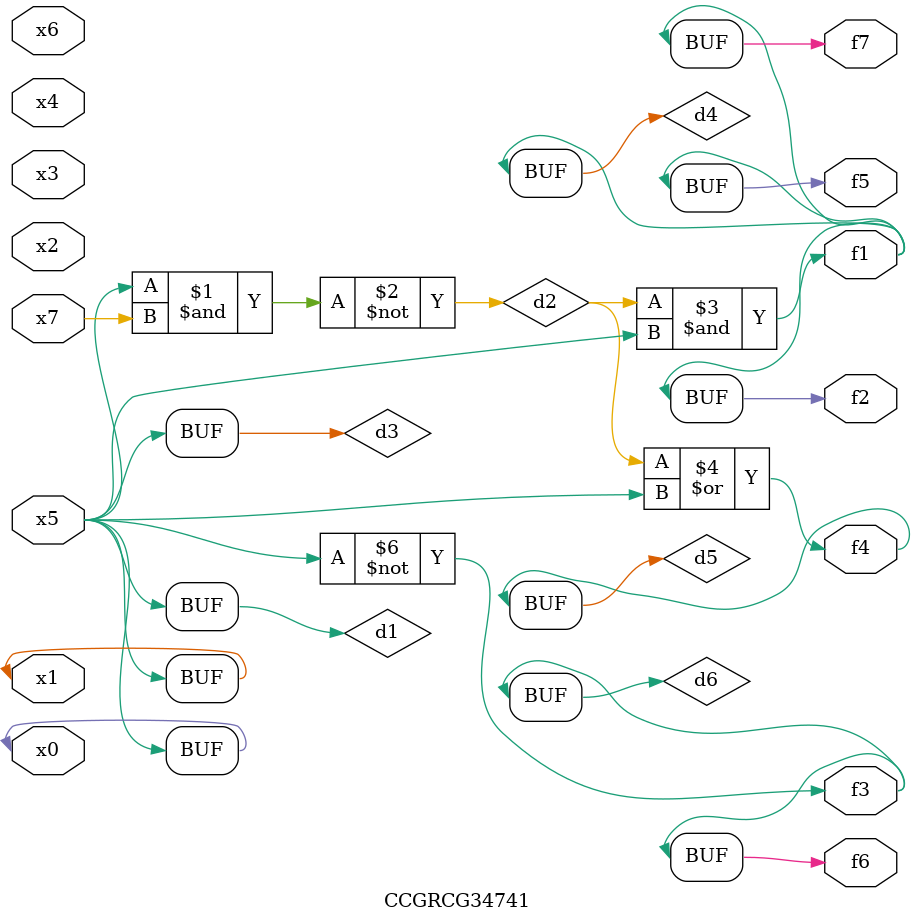
<source format=v>
module CCGRCG34741(
	input x0, x1, x2, x3, x4, x5, x6, x7,
	output f1, f2, f3, f4, f5, f6, f7
);

	wire d1, d2, d3, d4, d5, d6;

	buf (d1, x0, x5);
	nand (d2, x5, x7);
	buf (d3, x0, x1);
	and (d4, d2, d3);
	or (d5, d2, d3);
	nor (d6, d1, d3);
	assign f1 = d4;
	assign f2 = d4;
	assign f3 = d6;
	assign f4 = d5;
	assign f5 = d4;
	assign f6 = d6;
	assign f7 = d4;
endmodule

</source>
